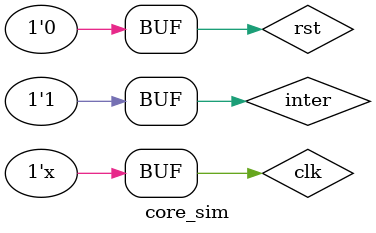
<source format=v>
`timescale 1ns / 1ps

module core_sim;
    reg clk, rst;
    reg inter;

    RV32core core(
        .debug_en(1'b0),
        .debug_step(1'b0),
        .debug_addr(7'b0),
        .debug_data(),
        .clk(clk),
        .rst(rst),
        .interrupter(inter)
    );

    initial begin
        clk = 0;
        rst = 1;
        inter = 1'b0;
        #2 rst = 0;
        #207 inter = 1'b1;
        //#20 inter = 1'b0;
    end

    always #1 clk = ~clk;

endmodule
</source>
